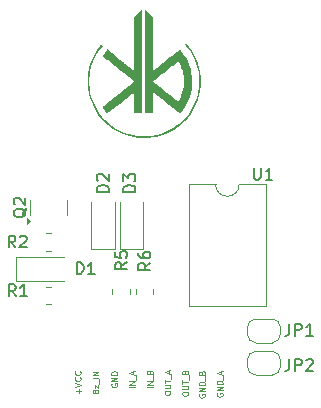
<source format=gbr>
%TF.GenerationSoftware,KiCad,Pcbnew,9.0.3*%
%TF.CreationDate,2025-07-22T15:46:12+03:00*%
%TF.ProjectId,buzzer_door_detect_board,62757a7a-6572-45f6-946f-6f725f646574,rev?*%
%TF.SameCoordinates,Original*%
%TF.FileFunction,Legend,Top*%
%TF.FilePolarity,Positive*%
%FSLAX46Y46*%
G04 Gerber Fmt 4.6, Leading zero omitted, Abs format (unit mm)*
G04 Created by KiCad (PCBNEW 9.0.3) date 2025-07-22 15:46:12*
%MOMM*%
%LPD*%
G01*
G04 APERTURE LIST*
%ADD10C,0.125000*%
%ADD11C,0.150000*%
%ADD12C,0.120000*%
%ADD13C,0.000000*%
G04 APERTURE END LIST*
D10*
X53932309Y-78048716D02*
X53432309Y-78048716D01*
X53932309Y-77810621D02*
X53432309Y-77810621D01*
X53432309Y-77810621D02*
X53932309Y-77524907D01*
X53932309Y-77524907D02*
X53432309Y-77524907D01*
X53979928Y-77405859D02*
X53979928Y-77024906D01*
X53789452Y-76929668D02*
X53789452Y-76691573D01*
X53932309Y-76977287D02*
X53432309Y-76810621D01*
X53432309Y-76810621D02*
X53932309Y-76643954D01*
X56432309Y-78548716D02*
X56432309Y-78453478D01*
X56432309Y-78453478D02*
X56456119Y-78405859D01*
X56456119Y-78405859D02*
X56503738Y-78358240D01*
X56503738Y-78358240D02*
X56598976Y-78334430D01*
X56598976Y-78334430D02*
X56765642Y-78334430D01*
X56765642Y-78334430D02*
X56860880Y-78358240D01*
X56860880Y-78358240D02*
X56908500Y-78405859D01*
X56908500Y-78405859D02*
X56932309Y-78453478D01*
X56932309Y-78453478D02*
X56932309Y-78548716D01*
X56932309Y-78548716D02*
X56908500Y-78596335D01*
X56908500Y-78596335D02*
X56860880Y-78643954D01*
X56860880Y-78643954D02*
X56765642Y-78667763D01*
X56765642Y-78667763D02*
X56598976Y-78667763D01*
X56598976Y-78667763D02*
X56503738Y-78643954D01*
X56503738Y-78643954D02*
X56456119Y-78596335D01*
X56456119Y-78596335D02*
X56432309Y-78548716D01*
X56432309Y-78120144D02*
X56837071Y-78120144D01*
X56837071Y-78120144D02*
X56884690Y-78096334D01*
X56884690Y-78096334D02*
X56908500Y-78072525D01*
X56908500Y-78072525D02*
X56932309Y-78024906D01*
X56932309Y-78024906D02*
X56932309Y-77929668D01*
X56932309Y-77929668D02*
X56908500Y-77882049D01*
X56908500Y-77882049D02*
X56884690Y-77858239D01*
X56884690Y-77858239D02*
X56837071Y-77834430D01*
X56837071Y-77834430D02*
X56432309Y-77834430D01*
X56432309Y-77667762D02*
X56432309Y-77382048D01*
X56932309Y-77524905D02*
X56432309Y-77524905D01*
X56979928Y-77334430D02*
X56979928Y-76953477D01*
X56789452Y-76858239D02*
X56789452Y-76620144D01*
X56932309Y-76905858D02*
X56432309Y-76739192D01*
X56432309Y-76739192D02*
X56932309Y-76572525D01*
X51956119Y-77737288D02*
X51932309Y-77784907D01*
X51932309Y-77784907D02*
X51932309Y-77856336D01*
X51932309Y-77856336D02*
X51956119Y-77927764D01*
X51956119Y-77927764D02*
X52003738Y-77975383D01*
X52003738Y-77975383D02*
X52051357Y-77999193D01*
X52051357Y-77999193D02*
X52146595Y-78023002D01*
X52146595Y-78023002D02*
X52218023Y-78023002D01*
X52218023Y-78023002D02*
X52313261Y-77999193D01*
X52313261Y-77999193D02*
X52360880Y-77975383D01*
X52360880Y-77975383D02*
X52408500Y-77927764D01*
X52408500Y-77927764D02*
X52432309Y-77856336D01*
X52432309Y-77856336D02*
X52432309Y-77808717D01*
X52432309Y-77808717D02*
X52408500Y-77737288D01*
X52408500Y-77737288D02*
X52384690Y-77713479D01*
X52384690Y-77713479D02*
X52218023Y-77713479D01*
X52218023Y-77713479D02*
X52218023Y-77808717D01*
X52432309Y-77499193D02*
X51932309Y-77499193D01*
X51932309Y-77499193D02*
X52432309Y-77213479D01*
X52432309Y-77213479D02*
X51932309Y-77213479D01*
X52432309Y-76975383D02*
X51932309Y-76975383D01*
X51932309Y-76975383D02*
X51932309Y-76856335D01*
X51932309Y-76856335D02*
X51956119Y-76784907D01*
X51956119Y-76784907D02*
X52003738Y-76737288D01*
X52003738Y-76737288D02*
X52051357Y-76713478D01*
X52051357Y-76713478D02*
X52146595Y-76689669D01*
X52146595Y-76689669D02*
X52218023Y-76689669D01*
X52218023Y-76689669D02*
X52313261Y-76713478D01*
X52313261Y-76713478D02*
X52360880Y-76737288D01*
X52360880Y-76737288D02*
X52408500Y-76784907D01*
X52408500Y-76784907D02*
X52432309Y-76856335D01*
X52432309Y-76856335D02*
X52432309Y-76975383D01*
X57932309Y-78620145D02*
X57932309Y-78524907D01*
X57932309Y-78524907D02*
X57956119Y-78477288D01*
X57956119Y-78477288D02*
X58003738Y-78429669D01*
X58003738Y-78429669D02*
X58098976Y-78405859D01*
X58098976Y-78405859D02*
X58265642Y-78405859D01*
X58265642Y-78405859D02*
X58360880Y-78429669D01*
X58360880Y-78429669D02*
X58408500Y-78477288D01*
X58408500Y-78477288D02*
X58432309Y-78524907D01*
X58432309Y-78524907D02*
X58432309Y-78620145D01*
X58432309Y-78620145D02*
X58408500Y-78667764D01*
X58408500Y-78667764D02*
X58360880Y-78715383D01*
X58360880Y-78715383D02*
X58265642Y-78739192D01*
X58265642Y-78739192D02*
X58098976Y-78739192D01*
X58098976Y-78739192D02*
X58003738Y-78715383D01*
X58003738Y-78715383D02*
X57956119Y-78667764D01*
X57956119Y-78667764D02*
X57932309Y-78620145D01*
X57932309Y-78191573D02*
X58337071Y-78191573D01*
X58337071Y-78191573D02*
X58384690Y-78167763D01*
X58384690Y-78167763D02*
X58408500Y-78143954D01*
X58408500Y-78143954D02*
X58432309Y-78096335D01*
X58432309Y-78096335D02*
X58432309Y-78001097D01*
X58432309Y-78001097D02*
X58408500Y-77953478D01*
X58408500Y-77953478D02*
X58384690Y-77929668D01*
X58384690Y-77929668D02*
X58337071Y-77905859D01*
X58337071Y-77905859D02*
X57932309Y-77905859D01*
X57932309Y-77739191D02*
X57932309Y-77453477D01*
X58432309Y-77596334D02*
X57932309Y-77596334D01*
X58479928Y-77405859D02*
X58479928Y-77024906D01*
X58170404Y-76739192D02*
X58194214Y-76667764D01*
X58194214Y-76667764D02*
X58218023Y-76643954D01*
X58218023Y-76643954D02*
X58265642Y-76620145D01*
X58265642Y-76620145D02*
X58337071Y-76620145D01*
X58337071Y-76620145D02*
X58384690Y-76643954D01*
X58384690Y-76643954D02*
X58408500Y-76667764D01*
X58408500Y-76667764D02*
X58432309Y-76715383D01*
X58432309Y-76715383D02*
X58432309Y-76905859D01*
X58432309Y-76905859D02*
X57932309Y-76905859D01*
X57932309Y-76905859D02*
X57932309Y-76739192D01*
X57932309Y-76739192D02*
X57956119Y-76691573D01*
X57956119Y-76691573D02*
X57979928Y-76667764D01*
X57979928Y-76667764D02*
X58027547Y-76643954D01*
X58027547Y-76643954D02*
X58075166Y-76643954D01*
X58075166Y-76643954D02*
X58122785Y-76667764D01*
X58122785Y-76667764D02*
X58146595Y-76691573D01*
X58146595Y-76691573D02*
X58170404Y-76739192D01*
X58170404Y-76739192D02*
X58170404Y-76905859D01*
X60866119Y-78546811D02*
X60842309Y-78594430D01*
X60842309Y-78594430D02*
X60842309Y-78665859D01*
X60842309Y-78665859D02*
X60866119Y-78737287D01*
X60866119Y-78737287D02*
X60913738Y-78784906D01*
X60913738Y-78784906D02*
X60961357Y-78808716D01*
X60961357Y-78808716D02*
X61056595Y-78832525D01*
X61056595Y-78832525D02*
X61128023Y-78832525D01*
X61128023Y-78832525D02*
X61223261Y-78808716D01*
X61223261Y-78808716D02*
X61270880Y-78784906D01*
X61270880Y-78784906D02*
X61318500Y-78737287D01*
X61318500Y-78737287D02*
X61342309Y-78665859D01*
X61342309Y-78665859D02*
X61342309Y-78618240D01*
X61342309Y-78618240D02*
X61318500Y-78546811D01*
X61318500Y-78546811D02*
X61294690Y-78523002D01*
X61294690Y-78523002D02*
X61128023Y-78523002D01*
X61128023Y-78523002D02*
X61128023Y-78618240D01*
X61342309Y-78308716D02*
X60842309Y-78308716D01*
X60842309Y-78308716D02*
X61342309Y-78023002D01*
X61342309Y-78023002D02*
X60842309Y-78023002D01*
X61342309Y-77784906D02*
X60842309Y-77784906D01*
X60842309Y-77784906D02*
X60842309Y-77665858D01*
X60842309Y-77665858D02*
X60866119Y-77594430D01*
X60866119Y-77594430D02*
X60913738Y-77546811D01*
X60913738Y-77546811D02*
X60961357Y-77523001D01*
X60961357Y-77523001D02*
X61056595Y-77499192D01*
X61056595Y-77499192D02*
X61128023Y-77499192D01*
X61128023Y-77499192D02*
X61223261Y-77523001D01*
X61223261Y-77523001D02*
X61270880Y-77546811D01*
X61270880Y-77546811D02*
X61318500Y-77594430D01*
X61318500Y-77594430D02*
X61342309Y-77665858D01*
X61342309Y-77665858D02*
X61342309Y-77784906D01*
X61389928Y-77403954D02*
X61389928Y-77023001D01*
X61199452Y-76927763D02*
X61199452Y-76689668D01*
X61342309Y-76975382D02*
X60842309Y-76808716D01*
X60842309Y-76808716D02*
X61342309Y-76642049D01*
X49151833Y-78523002D02*
X49151833Y-78142050D01*
X49342309Y-78332526D02*
X48961357Y-78332526D01*
X48842309Y-77975382D02*
X49342309Y-77808716D01*
X49342309Y-77808716D02*
X48842309Y-77642049D01*
X49294690Y-77189669D02*
X49318500Y-77213478D01*
X49318500Y-77213478D02*
X49342309Y-77284907D01*
X49342309Y-77284907D02*
X49342309Y-77332526D01*
X49342309Y-77332526D02*
X49318500Y-77403954D01*
X49318500Y-77403954D02*
X49270880Y-77451573D01*
X49270880Y-77451573D02*
X49223261Y-77475383D01*
X49223261Y-77475383D02*
X49128023Y-77499192D01*
X49128023Y-77499192D02*
X49056595Y-77499192D01*
X49056595Y-77499192D02*
X48961357Y-77475383D01*
X48961357Y-77475383D02*
X48913738Y-77451573D01*
X48913738Y-77451573D02*
X48866119Y-77403954D01*
X48866119Y-77403954D02*
X48842309Y-77332526D01*
X48842309Y-77332526D02*
X48842309Y-77284907D01*
X48842309Y-77284907D02*
X48866119Y-77213478D01*
X48866119Y-77213478D02*
X48889928Y-77189669D01*
X49294690Y-76689669D02*
X49318500Y-76713478D01*
X49318500Y-76713478D02*
X49342309Y-76784907D01*
X49342309Y-76784907D02*
X49342309Y-76832526D01*
X49342309Y-76832526D02*
X49318500Y-76903954D01*
X49318500Y-76903954D02*
X49270880Y-76951573D01*
X49270880Y-76951573D02*
X49223261Y-76975383D01*
X49223261Y-76975383D02*
X49128023Y-76999192D01*
X49128023Y-76999192D02*
X49056595Y-76999192D01*
X49056595Y-76999192D02*
X48961357Y-76975383D01*
X48961357Y-76975383D02*
X48913738Y-76951573D01*
X48913738Y-76951573D02*
X48866119Y-76903954D01*
X48866119Y-76903954D02*
X48842309Y-76832526D01*
X48842309Y-76832526D02*
X48842309Y-76784907D01*
X48842309Y-76784907D02*
X48866119Y-76713478D01*
X48866119Y-76713478D02*
X48889928Y-76689669D01*
X50580404Y-78356335D02*
X50604214Y-78284907D01*
X50604214Y-78284907D02*
X50628023Y-78261097D01*
X50628023Y-78261097D02*
X50675642Y-78237288D01*
X50675642Y-78237288D02*
X50747071Y-78237288D01*
X50747071Y-78237288D02*
X50794690Y-78261097D01*
X50794690Y-78261097D02*
X50818500Y-78284907D01*
X50818500Y-78284907D02*
X50842309Y-78332526D01*
X50842309Y-78332526D02*
X50842309Y-78523002D01*
X50842309Y-78523002D02*
X50342309Y-78523002D01*
X50342309Y-78523002D02*
X50342309Y-78356335D01*
X50342309Y-78356335D02*
X50366119Y-78308716D01*
X50366119Y-78308716D02*
X50389928Y-78284907D01*
X50389928Y-78284907D02*
X50437547Y-78261097D01*
X50437547Y-78261097D02*
X50485166Y-78261097D01*
X50485166Y-78261097D02*
X50532785Y-78284907D01*
X50532785Y-78284907D02*
X50556595Y-78308716D01*
X50556595Y-78308716D02*
X50580404Y-78356335D01*
X50580404Y-78356335D02*
X50580404Y-78523002D01*
X50508976Y-78070621D02*
X50508976Y-77808716D01*
X50508976Y-77808716D02*
X50842309Y-78070621D01*
X50842309Y-78070621D02*
X50842309Y-77808716D01*
X50889928Y-77737288D02*
X50889928Y-77356335D01*
X50842309Y-77237288D02*
X50342309Y-77237288D01*
X50842309Y-76999193D02*
X50342309Y-76999193D01*
X50342309Y-76999193D02*
X50842309Y-76713479D01*
X50842309Y-76713479D02*
X50342309Y-76713479D01*
X59366119Y-78618240D02*
X59342309Y-78665859D01*
X59342309Y-78665859D02*
X59342309Y-78737288D01*
X59342309Y-78737288D02*
X59366119Y-78808716D01*
X59366119Y-78808716D02*
X59413738Y-78856335D01*
X59413738Y-78856335D02*
X59461357Y-78880145D01*
X59461357Y-78880145D02*
X59556595Y-78903954D01*
X59556595Y-78903954D02*
X59628023Y-78903954D01*
X59628023Y-78903954D02*
X59723261Y-78880145D01*
X59723261Y-78880145D02*
X59770880Y-78856335D01*
X59770880Y-78856335D02*
X59818500Y-78808716D01*
X59818500Y-78808716D02*
X59842309Y-78737288D01*
X59842309Y-78737288D02*
X59842309Y-78689669D01*
X59842309Y-78689669D02*
X59818500Y-78618240D01*
X59818500Y-78618240D02*
X59794690Y-78594431D01*
X59794690Y-78594431D02*
X59628023Y-78594431D01*
X59628023Y-78594431D02*
X59628023Y-78689669D01*
X59842309Y-78380145D02*
X59342309Y-78380145D01*
X59342309Y-78380145D02*
X59842309Y-78094431D01*
X59842309Y-78094431D02*
X59342309Y-78094431D01*
X59842309Y-77856335D02*
X59342309Y-77856335D01*
X59342309Y-77856335D02*
X59342309Y-77737287D01*
X59342309Y-77737287D02*
X59366119Y-77665859D01*
X59366119Y-77665859D02*
X59413738Y-77618240D01*
X59413738Y-77618240D02*
X59461357Y-77594430D01*
X59461357Y-77594430D02*
X59556595Y-77570621D01*
X59556595Y-77570621D02*
X59628023Y-77570621D01*
X59628023Y-77570621D02*
X59723261Y-77594430D01*
X59723261Y-77594430D02*
X59770880Y-77618240D01*
X59770880Y-77618240D02*
X59818500Y-77665859D01*
X59818500Y-77665859D02*
X59842309Y-77737287D01*
X59842309Y-77737287D02*
X59842309Y-77856335D01*
X59889928Y-77475383D02*
X59889928Y-77094430D01*
X59580404Y-76808716D02*
X59604214Y-76737288D01*
X59604214Y-76737288D02*
X59628023Y-76713478D01*
X59628023Y-76713478D02*
X59675642Y-76689669D01*
X59675642Y-76689669D02*
X59747071Y-76689669D01*
X59747071Y-76689669D02*
X59794690Y-76713478D01*
X59794690Y-76713478D02*
X59818500Y-76737288D01*
X59818500Y-76737288D02*
X59842309Y-76784907D01*
X59842309Y-76784907D02*
X59842309Y-76975383D01*
X59842309Y-76975383D02*
X59342309Y-76975383D01*
X59342309Y-76975383D02*
X59342309Y-76808716D01*
X59342309Y-76808716D02*
X59366119Y-76761097D01*
X59366119Y-76761097D02*
X59389928Y-76737288D01*
X59389928Y-76737288D02*
X59437547Y-76713478D01*
X59437547Y-76713478D02*
X59485166Y-76713478D01*
X59485166Y-76713478D02*
X59532785Y-76737288D01*
X59532785Y-76737288D02*
X59556595Y-76761097D01*
X59556595Y-76761097D02*
X59580404Y-76808716D01*
X59580404Y-76808716D02*
X59580404Y-76975383D01*
X55432309Y-78048716D02*
X54932309Y-78048716D01*
X55432309Y-77810621D02*
X54932309Y-77810621D01*
X54932309Y-77810621D02*
X55432309Y-77524907D01*
X55432309Y-77524907D02*
X54932309Y-77524907D01*
X55479928Y-77405859D02*
X55479928Y-77024906D01*
X55170404Y-76739192D02*
X55194214Y-76667764D01*
X55194214Y-76667764D02*
X55218023Y-76643954D01*
X55218023Y-76643954D02*
X55265642Y-76620145D01*
X55265642Y-76620145D02*
X55337071Y-76620145D01*
X55337071Y-76620145D02*
X55384690Y-76643954D01*
X55384690Y-76643954D02*
X55408500Y-76667764D01*
X55408500Y-76667764D02*
X55432309Y-76715383D01*
X55432309Y-76715383D02*
X55432309Y-76905859D01*
X55432309Y-76905859D02*
X54932309Y-76905859D01*
X54932309Y-76905859D02*
X54932309Y-76739192D01*
X54932309Y-76739192D02*
X54956119Y-76691573D01*
X54956119Y-76691573D02*
X54979928Y-76667764D01*
X54979928Y-76667764D02*
X55027547Y-76643954D01*
X55027547Y-76643954D02*
X55075166Y-76643954D01*
X55075166Y-76643954D02*
X55122785Y-76667764D01*
X55122785Y-76667764D02*
X55146595Y-76691573D01*
X55146595Y-76691573D02*
X55170404Y-76739192D01*
X55170404Y-76739192D02*
X55170404Y-76905859D01*
D11*
X43828333Y-70324819D02*
X43495000Y-69848628D01*
X43256905Y-70324819D02*
X43256905Y-69324819D01*
X43256905Y-69324819D02*
X43637857Y-69324819D01*
X43637857Y-69324819D02*
X43733095Y-69372438D01*
X43733095Y-69372438D02*
X43780714Y-69420057D01*
X43780714Y-69420057D02*
X43828333Y-69515295D01*
X43828333Y-69515295D02*
X43828333Y-69658152D01*
X43828333Y-69658152D02*
X43780714Y-69753390D01*
X43780714Y-69753390D02*
X43733095Y-69801009D01*
X43733095Y-69801009D02*
X43637857Y-69848628D01*
X43637857Y-69848628D02*
X43256905Y-69848628D01*
X44780714Y-70324819D02*
X44209286Y-70324819D01*
X44495000Y-70324819D02*
X44495000Y-69324819D01*
X44495000Y-69324819D02*
X44399762Y-69467676D01*
X44399762Y-69467676D02*
X44304524Y-69562914D01*
X44304524Y-69562914D02*
X44209286Y-69610533D01*
X66996666Y-72654819D02*
X66996666Y-73369104D01*
X66996666Y-73369104D02*
X66949047Y-73511961D01*
X66949047Y-73511961D02*
X66853809Y-73607200D01*
X66853809Y-73607200D02*
X66710952Y-73654819D01*
X66710952Y-73654819D02*
X66615714Y-73654819D01*
X67472857Y-73654819D02*
X67472857Y-72654819D01*
X67472857Y-72654819D02*
X67853809Y-72654819D01*
X67853809Y-72654819D02*
X67949047Y-72702438D01*
X67949047Y-72702438D02*
X67996666Y-72750057D01*
X67996666Y-72750057D02*
X68044285Y-72845295D01*
X68044285Y-72845295D02*
X68044285Y-72988152D01*
X68044285Y-72988152D02*
X67996666Y-73083390D01*
X67996666Y-73083390D02*
X67949047Y-73131009D01*
X67949047Y-73131009D02*
X67853809Y-73178628D01*
X67853809Y-73178628D02*
X67472857Y-73178628D01*
X68996666Y-73654819D02*
X68425238Y-73654819D01*
X68710952Y-73654819D02*
X68710952Y-72654819D01*
X68710952Y-72654819D02*
X68615714Y-72797676D01*
X68615714Y-72797676D02*
X68520476Y-72892914D01*
X68520476Y-72892914D02*
X68425238Y-72940533D01*
X53954819Y-61488094D02*
X52954819Y-61488094D01*
X52954819Y-61488094D02*
X52954819Y-61249999D01*
X52954819Y-61249999D02*
X53002438Y-61107142D01*
X53002438Y-61107142D02*
X53097676Y-61011904D01*
X53097676Y-61011904D02*
X53192914Y-60964285D01*
X53192914Y-60964285D02*
X53383390Y-60916666D01*
X53383390Y-60916666D02*
X53526247Y-60916666D01*
X53526247Y-60916666D02*
X53716723Y-60964285D01*
X53716723Y-60964285D02*
X53811961Y-61011904D01*
X53811961Y-61011904D02*
X53907200Y-61107142D01*
X53907200Y-61107142D02*
X53954819Y-61249999D01*
X53954819Y-61249999D02*
X53954819Y-61488094D01*
X52954819Y-60583332D02*
X52954819Y-59964285D01*
X52954819Y-59964285D02*
X53335771Y-60297618D01*
X53335771Y-60297618D02*
X53335771Y-60154761D01*
X53335771Y-60154761D02*
X53383390Y-60059523D01*
X53383390Y-60059523D02*
X53431009Y-60011904D01*
X53431009Y-60011904D02*
X53526247Y-59964285D01*
X53526247Y-59964285D02*
X53764342Y-59964285D01*
X53764342Y-59964285D02*
X53859580Y-60011904D01*
X53859580Y-60011904D02*
X53907200Y-60059523D01*
X53907200Y-60059523D02*
X53954819Y-60154761D01*
X53954819Y-60154761D02*
X53954819Y-60440475D01*
X53954819Y-60440475D02*
X53907200Y-60535713D01*
X53907200Y-60535713D02*
X53859580Y-60583332D01*
X51704819Y-61488094D02*
X50704819Y-61488094D01*
X50704819Y-61488094D02*
X50704819Y-61249999D01*
X50704819Y-61249999D02*
X50752438Y-61107142D01*
X50752438Y-61107142D02*
X50847676Y-61011904D01*
X50847676Y-61011904D02*
X50942914Y-60964285D01*
X50942914Y-60964285D02*
X51133390Y-60916666D01*
X51133390Y-60916666D02*
X51276247Y-60916666D01*
X51276247Y-60916666D02*
X51466723Y-60964285D01*
X51466723Y-60964285D02*
X51561961Y-61011904D01*
X51561961Y-61011904D02*
X51657200Y-61107142D01*
X51657200Y-61107142D02*
X51704819Y-61249999D01*
X51704819Y-61249999D02*
X51704819Y-61488094D01*
X50800057Y-60535713D02*
X50752438Y-60488094D01*
X50752438Y-60488094D02*
X50704819Y-60392856D01*
X50704819Y-60392856D02*
X50704819Y-60154761D01*
X50704819Y-60154761D02*
X50752438Y-60059523D01*
X50752438Y-60059523D02*
X50800057Y-60011904D01*
X50800057Y-60011904D02*
X50895295Y-59964285D01*
X50895295Y-59964285D02*
X50990533Y-59964285D01*
X50990533Y-59964285D02*
X51133390Y-60011904D01*
X51133390Y-60011904D02*
X51704819Y-60583332D01*
X51704819Y-60583332D02*
X51704819Y-59964285D01*
X44745057Y-62892781D02*
X44697438Y-62988019D01*
X44697438Y-62988019D02*
X44602200Y-63083257D01*
X44602200Y-63083257D02*
X44459342Y-63226114D01*
X44459342Y-63226114D02*
X44411723Y-63321352D01*
X44411723Y-63321352D02*
X44411723Y-63416590D01*
X44649819Y-63368971D02*
X44602200Y-63464209D01*
X44602200Y-63464209D02*
X44506961Y-63559447D01*
X44506961Y-63559447D02*
X44316485Y-63607066D01*
X44316485Y-63607066D02*
X43983152Y-63607066D01*
X43983152Y-63607066D02*
X43792676Y-63559447D01*
X43792676Y-63559447D02*
X43697438Y-63464209D01*
X43697438Y-63464209D02*
X43649819Y-63368971D01*
X43649819Y-63368971D02*
X43649819Y-63178495D01*
X43649819Y-63178495D02*
X43697438Y-63083257D01*
X43697438Y-63083257D02*
X43792676Y-62988019D01*
X43792676Y-62988019D02*
X43983152Y-62940400D01*
X43983152Y-62940400D02*
X44316485Y-62940400D01*
X44316485Y-62940400D02*
X44506961Y-62988019D01*
X44506961Y-62988019D02*
X44602200Y-63083257D01*
X44602200Y-63083257D02*
X44649819Y-63178495D01*
X44649819Y-63178495D02*
X44649819Y-63368971D01*
X43745057Y-62559447D02*
X43697438Y-62511828D01*
X43697438Y-62511828D02*
X43649819Y-62416590D01*
X43649819Y-62416590D02*
X43649819Y-62178495D01*
X43649819Y-62178495D02*
X43697438Y-62083257D01*
X43697438Y-62083257D02*
X43745057Y-62035638D01*
X43745057Y-62035638D02*
X43840295Y-61988019D01*
X43840295Y-61988019D02*
X43935533Y-61988019D01*
X43935533Y-61988019D02*
X44078390Y-62035638D01*
X44078390Y-62035638D02*
X44649819Y-62607066D01*
X44649819Y-62607066D02*
X44649819Y-61988019D01*
X55224819Y-67496666D02*
X54748628Y-67829999D01*
X55224819Y-68068094D02*
X54224819Y-68068094D01*
X54224819Y-68068094D02*
X54224819Y-67687142D01*
X54224819Y-67687142D02*
X54272438Y-67591904D01*
X54272438Y-67591904D02*
X54320057Y-67544285D01*
X54320057Y-67544285D02*
X54415295Y-67496666D01*
X54415295Y-67496666D02*
X54558152Y-67496666D01*
X54558152Y-67496666D02*
X54653390Y-67544285D01*
X54653390Y-67544285D02*
X54701009Y-67591904D01*
X54701009Y-67591904D02*
X54748628Y-67687142D01*
X54748628Y-67687142D02*
X54748628Y-68068094D01*
X54224819Y-66639523D02*
X54224819Y-66829999D01*
X54224819Y-66829999D02*
X54272438Y-66925237D01*
X54272438Y-66925237D02*
X54320057Y-66972856D01*
X54320057Y-66972856D02*
X54462914Y-67068094D01*
X54462914Y-67068094D02*
X54653390Y-67115713D01*
X54653390Y-67115713D02*
X55034342Y-67115713D01*
X55034342Y-67115713D02*
X55129580Y-67068094D01*
X55129580Y-67068094D02*
X55177200Y-67020475D01*
X55177200Y-67020475D02*
X55224819Y-66925237D01*
X55224819Y-66925237D02*
X55224819Y-66734761D01*
X55224819Y-66734761D02*
X55177200Y-66639523D01*
X55177200Y-66639523D02*
X55129580Y-66591904D01*
X55129580Y-66591904D02*
X55034342Y-66544285D01*
X55034342Y-66544285D02*
X54796247Y-66544285D01*
X54796247Y-66544285D02*
X54701009Y-66591904D01*
X54701009Y-66591904D02*
X54653390Y-66639523D01*
X54653390Y-66639523D02*
X54605771Y-66734761D01*
X54605771Y-66734761D02*
X54605771Y-66925237D01*
X54605771Y-66925237D02*
X54653390Y-67020475D01*
X54653390Y-67020475D02*
X54701009Y-67068094D01*
X54701009Y-67068094D02*
X54796247Y-67115713D01*
X53244819Y-67466666D02*
X52768628Y-67799999D01*
X53244819Y-68038094D02*
X52244819Y-68038094D01*
X52244819Y-68038094D02*
X52244819Y-67657142D01*
X52244819Y-67657142D02*
X52292438Y-67561904D01*
X52292438Y-67561904D02*
X52340057Y-67514285D01*
X52340057Y-67514285D02*
X52435295Y-67466666D01*
X52435295Y-67466666D02*
X52578152Y-67466666D01*
X52578152Y-67466666D02*
X52673390Y-67514285D01*
X52673390Y-67514285D02*
X52721009Y-67561904D01*
X52721009Y-67561904D02*
X52768628Y-67657142D01*
X52768628Y-67657142D02*
X52768628Y-68038094D01*
X52244819Y-66561904D02*
X52244819Y-67038094D01*
X52244819Y-67038094D02*
X52721009Y-67085713D01*
X52721009Y-67085713D02*
X52673390Y-67038094D01*
X52673390Y-67038094D02*
X52625771Y-66942856D01*
X52625771Y-66942856D02*
X52625771Y-66704761D01*
X52625771Y-66704761D02*
X52673390Y-66609523D01*
X52673390Y-66609523D02*
X52721009Y-66561904D01*
X52721009Y-66561904D02*
X52816247Y-66514285D01*
X52816247Y-66514285D02*
X53054342Y-66514285D01*
X53054342Y-66514285D02*
X53149580Y-66561904D01*
X53149580Y-66561904D02*
X53197200Y-66609523D01*
X53197200Y-66609523D02*
X53244819Y-66704761D01*
X53244819Y-66704761D02*
X53244819Y-66942856D01*
X53244819Y-66942856D02*
X53197200Y-67038094D01*
X53197200Y-67038094D02*
X53149580Y-67085713D01*
X63988095Y-59454819D02*
X63988095Y-60264342D01*
X63988095Y-60264342D02*
X64035714Y-60359580D01*
X64035714Y-60359580D02*
X64083333Y-60407200D01*
X64083333Y-60407200D02*
X64178571Y-60454819D01*
X64178571Y-60454819D02*
X64369047Y-60454819D01*
X64369047Y-60454819D02*
X64464285Y-60407200D01*
X64464285Y-60407200D02*
X64511904Y-60359580D01*
X64511904Y-60359580D02*
X64559523Y-60264342D01*
X64559523Y-60264342D02*
X64559523Y-59454819D01*
X65559523Y-60454819D02*
X64988095Y-60454819D01*
X65273809Y-60454819D02*
X65273809Y-59454819D01*
X65273809Y-59454819D02*
X65178571Y-59597676D01*
X65178571Y-59597676D02*
X65083333Y-59692914D01*
X65083333Y-59692914D02*
X64988095Y-59740533D01*
X43798333Y-66189862D02*
X43465000Y-65713671D01*
X43226905Y-66189862D02*
X43226905Y-65189862D01*
X43226905Y-65189862D02*
X43607857Y-65189862D01*
X43607857Y-65189862D02*
X43703095Y-65237481D01*
X43703095Y-65237481D02*
X43750714Y-65285100D01*
X43750714Y-65285100D02*
X43798333Y-65380338D01*
X43798333Y-65380338D02*
X43798333Y-65523195D01*
X43798333Y-65523195D02*
X43750714Y-65618433D01*
X43750714Y-65618433D02*
X43703095Y-65666052D01*
X43703095Y-65666052D02*
X43607857Y-65713671D01*
X43607857Y-65713671D02*
X43226905Y-65713671D01*
X44179286Y-65285100D02*
X44226905Y-65237481D01*
X44226905Y-65237481D02*
X44322143Y-65189862D01*
X44322143Y-65189862D02*
X44560238Y-65189862D01*
X44560238Y-65189862D02*
X44655476Y-65237481D01*
X44655476Y-65237481D02*
X44703095Y-65285100D01*
X44703095Y-65285100D02*
X44750714Y-65380338D01*
X44750714Y-65380338D02*
X44750714Y-65475576D01*
X44750714Y-65475576D02*
X44703095Y-65618433D01*
X44703095Y-65618433D02*
X44131667Y-66189862D01*
X44131667Y-66189862D02*
X44750714Y-66189862D01*
X49011905Y-68454819D02*
X49011905Y-67454819D01*
X49011905Y-67454819D02*
X49250000Y-67454819D01*
X49250000Y-67454819D02*
X49392857Y-67502438D01*
X49392857Y-67502438D02*
X49488095Y-67597676D01*
X49488095Y-67597676D02*
X49535714Y-67692914D01*
X49535714Y-67692914D02*
X49583333Y-67883390D01*
X49583333Y-67883390D02*
X49583333Y-68026247D01*
X49583333Y-68026247D02*
X49535714Y-68216723D01*
X49535714Y-68216723D02*
X49488095Y-68311961D01*
X49488095Y-68311961D02*
X49392857Y-68407200D01*
X49392857Y-68407200D02*
X49250000Y-68454819D01*
X49250000Y-68454819D02*
X49011905Y-68454819D01*
X50535714Y-68454819D02*
X49964286Y-68454819D01*
X50250000Y-68454819D02*
X50250000Y-67454819D01*
X50250000Y-67454819D02*
X50154762Y-67597676D01*
X50154762Y-67597676D02*
X50059524Y-67692914D01*
X50059524Y-67692914D02*
X49964286Y-67740533D01*
X66996666Y-75654819D02*
X66996666Y-76369104D01*
X66996666Y-76369104D02*
X66949047Y-76511961D01*
X66949047Y-76511961D02*
X66853809Y-76607200D01*
X66853809Y-76607200D02*
X66710952Y-76654819D01*
X66710952Y-76654819D02*
X66615714Y-76654819D01*
X67472857Y-76654819D02*
X67472857Y-75654819D01*
X67472857Y-75654819D02*
X67853809Y-75654819D01*
X67853809Y-75654819D02*
X67949047Y-75702438D01*
X67949047Y-75702438D02*
X67996666Y-75750057D01*
X67996666Y-75750057D02*
X68044285Y-75845295D01*
X68044285Y-75845295D02*
X68044285Y-75988152D01*
X68044285Y-75988152D02*
X67996666Y-76083390D01*
X67996666Y-76083390D02*
X67949047Y-76131009D01*
X67949047Y-76131009D02*
X67853809Y-76178628D01*
X67853809Y-76178628D02*
X67472857Y-76178628D01*
X68425238Y-75750057D02*
X68472857Y-75702438D01*
X68472857Y-75702438D02*
X68568095Y-75654819D01*
X68568095Y-75654819D02*
X68806190Y-75654819D01*
X68806190Y-75654819D02*
X68901428Y-75702438D01*
X68901428Y-75702438D02*
X68949047Y-75750057D01*
X68949047Y-75750057D02*
X68996666Y-75845295D01*
X68996666Y-75845295D02*
X68996666Y-75940533D01*
X68996666Y-75940533D02*
X68949047Y-76083390D01*
X68949047Y-76083390D02*
X68377619Y-76654819D01*
X68377619Y-76654819D02*
X68996666Y-76654819D01*
D12*
%TO.C,R1*%
X46842064Y-69515000D02*
X46387936Y-69515000D01*
X46842064Y-70985000D02*
X46387936Y-70985000D01*
%TO.C,JP1*%
X63450000Y-73550000D02*
X63450000Y-72950000D01*
X64150000Y-72250000D02*
X65550000Y-72250000D01*
X65550000Y-74250000D02*
X64150000Y-74250000D01*
X66250000Y-72950000D02*
X66250000Y-73550000D01*
X63450000Y-72950000D02*
G75*
G02*
X64150000Y-72250000I699999J1D01*
G01*
X64150000Y-74250000D02*
G75*
G02*
X63450000Y-73550000I-1J699999D01*
G01*
X65550000Y-72250000D02*
G75*
G02*
X66250000Y-72950000I0J-700000D01*
G01*
X66250000Y-73550000D02*
G75*
G02*
X65550000Y-74250000I-700000J0D01*
G01*
%TO.C,D3*%
X52642500Y-66360000D02*
X52642500Y-62350000D01*
X52642500Y-66360000D02*
X54642500Y-66360000D01*
X54642500Y-66360000D02*
X54642500Y-62350000D01*
%TO.C,D2*%
X50250000Y-66360000D02*
X50250000Y-62350000D01*
X50250000Y-66360000D02*
X52250000Y-66360000D01*
X52250000Y-66360000D02*
X52250000Y-62350000D01*
%TO.C,Q2*%
X45035000Y-62797543D02*
X45035000Y-62147543D01*
X45035000Y-62797543D02*
X45035000Y-63447543D01*
X48155000Y-62797543D02*
X48155000Y-62147543D01*
X48155000Y-62797543D02*
X48155000Y-63447543D01*
X45085000Y-63960043D02*
X44755000Y-64200043D01*
X44755000Y-63720043D01*
X45085000Y-63960043D01*
G36*
X45085000Y-63960043D02*
G01*
X44755000Y-64200043D01*
X44755000Y-63720043D01*
X45085000Y-63960043D01*
G37*
%TO.C,R6*%
X54015000Y-69692936D02*
X54015000Y-70147064D01*
X55485000Y-69692936D02*
X55485000Y-70147064D01*
%TO.C,R5*%
X52015000Y-69682936D02*
X52015000Y-70137064D01*
X53485000Y-69682936D02*
X53485000Y-70137064D01*
%TO.C,U1*%
X58515000Y-60860000D02*
X58515000Y-71140000D01*
X58515000Y-71140000D02*
X64985000Y-71140000D01*
X60750000Y-60860000D02*
X58515000Y-60860000D01*
X64985000Y-60860000D02*
X62750000Y-60860000D01*
X64985000Y-71140000D02*
X64985000Y-60860000D01*
X62750000Y-60860000D02*
G75*
G02*
X60750000Y-60860000I-1000000J0D01*
G01*
%TO.C,R2*%
X46387936Y-65000043D02*
X46842064Y-65000043D01*
X46387936Y-66470043D02*
X46842064Y-66470043D01*
%TO.C,D1*%
X43890000Y-67000000D02*
X43890000Y-69000000D01*
X43890000Y-67000000D02*
X47900000Y-67000000D01*
X43890000Y-69000000D02*
X47900000Y-69000000D01*
D13*
%TO.C,G\u002A\u002A\u002A*%
G36*
X54567266Y-54839045D02*
G01*
X53886451Y-54839045D01*
X53877861Y-53025155D01*
X53786495Y-53097179D01*
X53761711Y-53116769D01*
X53723923Y-53146721D01*
X53672085Y-53187869D01*
X53605149Y-53241044D01*
X53522071Y-53307078D01*
X53421804Y-53386804D01*
X53303301Y-53481053D01*
X53165516Y-53590658D01*
X53007404Y-53716450D01*
X52827918Y-53859262D01*
X52626012Y-54019926D01*
X52400640Y-54199273D01*
X52150755Y-54398137D01*
X52039592Y-54486605D01*
X51934903Y-54569751D01*
X51838600Y-54645907D01*
X51753727Y-54712693D01*
X51683327Y-54767728D01*
X51630443Y-54808629D01*
X51598118Y-54833017D01*
X51589145Y-54839045D01*
X51576053Y-54827028D01*
X51547192Y-54794775D01*
X51507564Y-54747981D01*
X51483395Y-54718607D01*
X51418682Y-54637592D01*
X51355536Y-54555649D01*
X51297280Y-54477400D01*
X51247233Y-54407463D01*
X51208717Y-54350459D01*
X51185051Y-54311008D01*
X51179043Y-54295167D01*
X51191749Y-54282124D01*
X51227443Y-54251125D01*
X51282995Y-54204746D01*
X51355270Y-54145562D01*
X51441136Y-54076149D01*
X51537462Y-53999081D01*
X51588417Y-53958600D01*
X51678082Y-53887483D01*
X51790331Y-53798368D01*
X51921764Y-53693962D01*
X52068979Y-53576970D01*
X52228574Y-53450098D01*
X52397149Y-53316051D01*
X52571302Y-53177536D01*
X52747633Y-53037257D01*
X52922739Y-52897921D01*
X53093219Y-52762232D01*
X53255673Y-52632898D01*
X53406698Y-52512622D01*
X53542895Y-52404111D01*
X53660861Y-52310070D01*
X53682669Y-52292677D01*
X53749214Y-52238735D01*
X53805309Y-52191622D01*
X53846317Y-52155360D01*
X53867601Y-52133971D01*
X53869555Y-52130525D01*
X53857506Y-52113806D01*
X53826536Y-52084815D01*
X53798954Y-52062181D01*
X53771157Y-52040259D01*
X53720432Y-52000084D01*
X53649849Y-51944094D01*
X53562475Y-51874726D01*
X53461380Y-51794415D01*
X53349632Y-51705599D01*
X53230300Y-51610715D01*
X53155232Y-51551007D01*
X53020342Y-51443703D01*
X52880664Y-51332589D01*
X52741142Y-51221600D01*
X52606721Y-51114669D01*
X52482345Y-51015727D01*
X52372958Y-50928710D01*
X52283505Y-50857550D01*
X52266481Y-50844008D01*
X52162004Y-50760936D01*
X52039680Y-50663744D01*
X51907708Y-50558938D01*
X51774284Y-50453027D01*
X51647606Y-50352522D01*
X51577077Y-50296593D01*
X51480503Y-50219974D01*
X51392136Y-50149758D01*
X51315408Y-50088683D01*
X51253753Y-50039485D01*
X51210605Y-50004900D01*
X51189396Y-49987667D01*
X51188105Y-49986556D01*
X51189096Y-49965923D01*
X51209717Y-49923302D01*
X51247811Y-49861790D01*
X51301222Y-49784483D01*
X51367793Y-49694479D01*
X51445367Y-49594873D01*
X51531789Y-49488762D01*
X51549622Y-49467417D01*
X51589414Y-49419989D01*
X52025235Y-49766436D01*
X52207903Y-49911668D01*
X52364985Y-50036605D01*
X52496921Y-50141599D01*
X52604155Y-50227003D01*
X52687130Y-50293170D01*
X52746286Y-50340452D01*
X52782068Y-50369201D01*
X52789765Y-50375451D01*
X52811871Y-50393227D01*
X52854106Y-50426945D01*
X52910570Y-50471901D01*
X52975359Y-50523390D01*
X52980805Y-50527714D01*
X53040107Y-50574832D01*
X53119726Y-50638142D01*
X53213991Y-50713134D01*
X53317233Y-50795299D01*
X53423784Y-50880124D01*
X53507642Y-50946904D01*
X53601888Y-51021723D01*
X53687582Y-51089283D01*
X53761324Y-51146942D01*
X53819714Y-51192056D01*
X53859351Y-51221982D01*
X53876835Y-51234077D01*
X53877263Y-51234205D01*
X53878330Y-51217911D01*
X53879361Y-51170297D01*
X53880348Y-51093270D01*
X53881284Y-50988734D01*
X53882160Y-50858595D01*
X53882970Y-50704758D01*
X53883706Y-50529129D01*
X53884360Y-50333612D01*
X53884926Y-50120114D01*
X53885394Y-49890538D01*
X53885759Y-49646792D01*
X53886013Y-49390779D01*
X53886147Y-49124405D01*
X53886168Y-48970646D01*
X53886168Y-46707087D01*
X54226717Y-46366841D01*
X54567266Y-46026596D01*
X54567266Y-54839045D01*
G37*
G36*
X58340689Y-48974951D02*
G01*
X58378262Y-49019103D01*
X58428633Y-49080945D01*
X58484654Y-49151597D01*
X58529437Y-49209412D01*
X58761104Y-49538816D01*
X58962464Y-49881593D01*
X59133215Y-50236848D01*
X59273054Y-50603688D01*
X59381677Y-50981215D01*
X59458784Y-51368536D01*
X59504070Y-51764756D01*
X59517372Y-52131262D01*
X59501828Y-52533048D01*
X59454996Y-52924183D01*
X59376572Y-53306006D01*
X59266255Y-53679853D01*
X59123741Y-54047063D01*
X59045285Y-54218292D01*
X58858800Y-54568589D01*
X58646506Y-54898898D01*
X58409864Y-55208210D01*
X58150333Y-55495516D01*
X57869376Y-55759808D01*
X57568452Y-56000077D01*
X57249023Y-56215313D01*
X56912549Y-56404507D01*
X56560491Y-56566652D01*
X56194309Y-56700738D01*
X55815465Y-56805755D01*
X55425420Y-56880696D01*
X55140386Y-56915287D01*
X55027324Y-56922885D01*
X54891050Y-56927577D01*
X54741446Y-56929390D01*
X54588395Y-56928347D01*
X54441779Y-56924473D01*
X54311482Y-56917794D01*
X54251635Y-56913053D01*
X53876682Y-56862023D01*
X53503569Y-56779285D01*
X53135825Y-56666310D01*
X52776982Y-56524572D01*
X52430570Y-56355543D01*
X52100119Y-56160695D01*
X51789159Y-55941501D01*
X51645404Y-55826015D01*
X51344902Y-55553052D01*
X51071835Y-55261442D01*
X50826455Y-54951638D01*
X50609012Y-54624094D01*
X50419758Y-54279261D01*
X50258942Y-53917594D01*
X50126817Y-53539546D01*
X50023632Y-53145569D01*
X49954685Y-52770831D01*
X49942497Y-52663709D01*
X49933286Y-52531238D01*
X49927054Y-52380593D01*
X49923803Y-52218946D01*
X49923535Y-52053472D01*
X49926253Y-51891345D01*
X49931958Y-51739739D01*
X49940654Y-51605828D01*
X49952341Y-51496785D01*
X49954296Y-51483388D01*
X50030836Y-51078460D01*
X50134588Y-50692019D01*
X50266124Y-50322702D01*
X50426011Y-49969146D01*
X50614821Y-49629989D01*
X50833124Y-49303868D01*
X50907007Y-49205032D01*
X50966985Y-49126991D01*
X51010658Y-49072374D01*
X51042154Y-49038405D01*
X51065601Y-49022309D01*
X51085127Y-49021312D01*
X51104861Y-49032638D01*
X51128930Y-49053512D01*
X51130419Y-49054844D01*
X51184758Y-49103396D01*
X51109098Y-49192836D01*
X50937629Y-49413674D01*
X50773652Y-49660272D01*
X50621223Y-49925343D01*
X50484400Y-50201599D01*
X50367240Y-50481755D01*
X50322656Y-50605278D01*
X50218730Y-50944043D01*
X50142820Y-51274853D01*
X50093732Y-51605588D01*
X50070274Y-51944129D01*
X50070384Y-52271862D01*
X50098658Y-52666968D01*
X50158691Y-53053726D01*
X50249901Y-53430776D01*
X50371704Y-53796754D01*
X50523518Y-54150300D01*
X50704760Y-54490052D01*
X50914848Y-54814648D01*
X51153198Y-55122727D01*
X51410955Y-55404600D01*
X51700943Y-55674243D01*
X52008196Y-55915548D01*
X52332323Y-56128317D01*
X52672933Y-56312356D01*
X53029632Y-56467470D01*
X53402031Y-56593461D01*
X53789736Y-56690136D01*
X54093820Y-56743798D01*
X54211155Y-56756968D01*
X54353635Y-56766569D01*
X54513371Y-56772598D01*
X54682475Y-56775053D01*
X54853058Y-56773929D01*
X55017232Y-56769225D01*
X55167110Y-56760938D01*
X55294802Y-56749064D01*
X55331426Y-56744257D01*
X55729133Y-56671062D01*
X56112927Y-56568215D01*
X56481851Y-56436282D01*
X56834948Y-56275830D01*
X57171261Y-56087425D01*
X57489834Y-55871633D01*
X57789709Y-55629021D01*
X58069930Y-55360155D01*
X58329540Y-55065601D01*
X58466122Y-54888882D01*
X58679707Y-54574030D01*
X58863122Y-54249331D01*
X59017940Y-53911405D01*
X59145734Y-53556876D01*
X59234487Y-53239130D01*
X59270886Y-53085256D01*
X59299638Y-52949088D01*
X59321590Y-52823096D01*
X59337587Y-52699748D01*
X59348478Y-52571511D01*
X59355107Y-52430853D01*
X59358323Y-52270242D01*
X59359003Y-52131262D01*
X59358704Y-51988302D01*
X59357413Y-51872110D01*
X59354770Y-51776237D01*
X59350415Y-51694234D01*
X59343987Y-51619651D01*
X59335127Y-51546037D01*
X59323474Y-51466945D01*
X59321023Y-51451446D01*
X59242890Y-51055728D01*
X59137320Y-50678290D01*
X59003748Y-50317877D01*
X58841609Y-49973230D01*
X58650337Y-49643094D01*
X58429368Y-49326211D01*
X58283701Y-49143596D01*
X58167697Y-49004917D01*
X58220925Y-48952557D01*
X58274152Y-48900196D01*
X58340689Y-48974951D01*
G37*
G36*
X55098855Y-46375147D02*
G01*
X55447711Y-46723706D01*
X55447711Y-48980340D01*
X55447823Y-49299638D01*
X55448154Y-49598625D01*
X55448696Y-49876188D01*
X55449443Y-50131211D01*
X55450385Y-50362581D01*
X55451516Y-50569182D01*
X55452827Y-50749900D01*
X55454312Y-50903620D01*
X55455963Y-51029228D01*
X55457771Y-51125610D01*
X55459730Y-51191650D01*
X55461832Y-51226235D01*
X55463127Y-51231437D01*
X55478156Y-51220481D01*
X55517251Y-51190312D01*
X55578508Y-51142437D01*
X55660021Y-51078361D01*
X55759884Y-50999592D01*
X55876192Y-50907635D01*
X56007038Y-50803997D01*
X56150519Y-50690184D01*
X56304726Y-50567702D01*
X56467757Y-50438057D01*
X56599739Y-50332995D01*
X56768266Y-50198916D01*
X56929448Y-50070940D01*
X57081381Y-49950562D01*
X57222163Y-49839280D01*
X57349892Y-49738587D01*
X57462663Y-49649981D01*
X57558575Y-49574956D01*
X57635725Y-49515008D01*
X57692210Y-49471633D01*
X57726128Y-49446326D01*
X57735699Y-49440092D01*
X57757984Y-49453374D01*
X57795211Y-49490513D01*
X57844314Y-49547443D01*
X57902224Y-49620101D01*
X57965876Y-49704421D01*
X58032203Y-49796340D01*
X58098138Y-49891793D01*
X58160614Y-49986716D01*
X58216564Y-50077044D01*
X58217478Y-50078577D01*
X58387150Y-50395404D01*
X58526429Y-50723152D01*
X58635350Y-51059640D01*
X58713946Y-51402688D01*
X58762252Y-51750114D01*
X58780302Y-52099739D01*
X58768130Y-52449381D01*
X58725771Y-52796860D01*
X58653259Y-53139995D01*
X58550628Y-53476605D01*
X58417913Y-53804509D01*
X58255147Y-54121527D01*
X58151199Y-54293000D01*
X58096451Y-54375597D01*
X58035801Y-54462534D01*
X57972800Y-54549197D01*
X57911000Y-54630974D01*
X57853952Y-54703253D01*
X57805208Y-54761421D01*
X57768317Y-54800865D01*
X57748103Y-54816576D01*
X57729005Y-54809347D01*
X57688572Y-54784552D01*
X57631311Y-54745502D01*
X57561732Y-54695510D01*
X57484343Y-54637889D01*
X57403653Y-54575950D01*
X57324171Y-54513005D01*
X57250404Y-54452367D01*
X57237663Y-54441598D01*
X57213983Y-54422175D01*
X57168621Y-54385581D01*
X57105922Y-54335299D01*
X57030232Y-54274808D01*
X56945893Y-54207591D01*
X56909581Y-54178703D01*
X56831643Y-54116722D01*
X56732401Y-54037778D01*
X56616545Y-53945603D01*
X56488763Y-53843929D01*
X56353746Y-53736486D01*
X56216183Y-53627007D01*
X56080762Y-53519222D01*
X56041458Y-53487937D01*
X55921469Y-53392568D01*
X55809554Y-53303889D01*
X55708370Y-53223986D01*
X55620570Y-53154943D01*
X55548811Y-53098842D01*
X55495747Y-53057770D01*
X55464034Y-53033809D01*
X55455879Y-53028319D01*
X55454346Y-53044429D01*
X55452906Y-53090751D01*
X55451587Y-53164272D01*
X55450417Y-53261979D01*
X55449422Y-53380859D01*
X55448629Y-53517901D01*
X55448066Y-53670092D01*
X55447760Y-53834418D01*
X55447711Y-53933682D01*
X55447711Y-54839045D01*
X54750000Y-54839045D01*
X54750000Y-52131896D01*
X55456017Y-52131896D01*
X55467061Y-52145509D01*
X55500688Y-52176135D01*
X55557639Y-52224392D01*
X55638656Y-52290895D01*
X55744481Y-52376259D01*
X55875856Y-52481100D01*
X55896239Y-52497295D01*
X55935944Y-52528863D01*
X55998338Y-52578515D01*
X56080127Y-52643629D01*
X56178019Y-52721579D01*
X56288721Y-52809744D01*
X56408939Y-52905499D01*
X56535381Y-53006221D01*
X56664753Y-53109286D01*
X56793763Y-53212071D01*
X56919117Y-53311953D01*
X57037523Y-53406308D01*
X57145687Y-53492513D01*
X57240317Y-53567944D01*
X57318120Y-53629977D01*
X57375802Y-53675990D01*
X57399640Y-53695022D01*
X57466095Y-53747592D01*
X57523271Y-53791849D01*
X57566213Y-53824030D01*
X57589967Y-53840375D01*
X57592799Y-53841656D01*
X57611021Y-53831128D01*
X57620042Y-53821550D01*
X57639364Y-53791092D01*
X57668589Y-53737072D01*
X57704382Y-53666402D01*
X57743410Y-53585997D01*
X57782339Y-53502767D01*
X57817836Y-53423626D01*
X57846568Y-53355486D01*
X57854359Y-53335644D01*
X57938422Y-53093717D01*
X58000690Y-52861274D01*
X58042932Y-52628532D01*
X58066920Y-52385703D01*
X58074423Y-52123002D01*
X58074420Y-52118978D01*
X58068176Y-51885874D01*
X58048841Y-51672746D01*
X58014539Y-51468294D01*
X57963392Y-51261220D01*
X57896732Y-51049564D01*
X57867815Y-50970636D01*
X57832059Y-50881432D01*
X57792008Y-50787428D01*
X57750208Y-50694102D01*
X57709204Y-50606931D01*
X57671540Y-50531393D01*
X57639762Y-50472964D01*
X57616413Y-50437123D01*
X57608540Y-50429286D01*
X57592270Y-50436970D01*
X57553064Y-50463265D01*
X57493878Y-50505963D01*
X57417667Y-50562855D01*
X57327387Y-50631732D01*
X57225993Y-50710386D01*
X57116439Y-50796606D01*
X57105495Y-50805285D01*
X56831861Y-51022538D01*
X56584053Y-51219542D01*
X56361751Y-51396554D01*
X56164638Y-51553829D01*
X55992397Y-51691622D01*
X55844710Y-51810189D01*
X55721257Y-51909787D01*
X55621723Y-51990669D01*
X55545789Y-52053093D01*
X55493137Y-52097313D01*
X55463448Y-52123586D01*
X55456017Y-52131896D01*
X54750000Y-52131896D01*
X54750000Y-46026588D01*
X55098855Y-46375147D01*
G37*
D12*
%TO.C,JP2*%
X63450000Y-76300000D02*
X63450000Y-75700000D01*
X64150000Y-75000000D02*
X65550000Y-75000000D01*
X65550000Y-77000000D02*
X64150000Y-77000000D01*
X66250000Y-75700000D02*
X66250000Y-76300000D01*
X63450000Y-75700000D02*
G75*
G02*
X64150000Y-75000000I699999J1D01*
G01*
X64150000Y-77000000D02*
G75*
G02*
X63450000Y-76300000I-1J699999D01*
G01*
X65550000Y-75000000D02*
G75*
G02*
X66250000Y-75700000I0J-700000D01*
G01*
X66250000Y-76300000D02*
G75*
G02*
X65550000Y-77000000I-700000J0D01*
G01*
%TD*%
M02*

</source>
